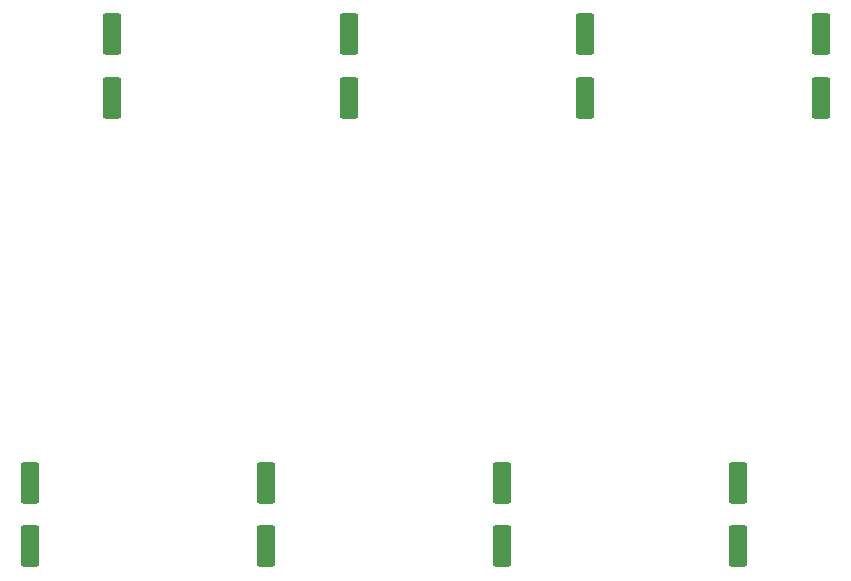
<source format=gbr>
%TF.GenerationSoftware,KiCad,Pcbnew,(5.99.0-8534-g3fcd0860c1)*%
%TF.CreationDate,2021-01-21T22:08:18+01:00*%
%TF.ProjectId,DRV-Carrier,4452562d-4361-4727-9269-65722e6b6963,rev?*%
%TF.SameCoordinates,Original*%
%TF.FileFunction,Paste,Top*%
%TF.FilePolarity,Positive*%
%FSLAX46Y46*%
G04 Gerber Fmt 4.6, Leading zero omitted, Abs format (unit mm)*
G04 Created by KiCad (PCBNEW (5.99.0-8534-g3fcd0860c1)) date 2021-01-21 22:08:18*
%MOMM*%
%LPD*%
G01*
G04 APERTURE LIST*
G04 Aperture macros list*
%AMRoundRect*
0 Rectangle with rounded corners*
0 $1 Rounding radius*
0 $2 $3 $4 $5 $6 $7 $8 $9 X,Y pos of 4 corners*
0 Add a 4 corners polygon primitive as box body*
4,1,4,$2,$3,$4,$5,$6,$7,$8,$9,$2,$3,0*
0 Add four circle primitives for the rounded corners*
1,1,$1+$1,$2,$3*
1,1,$1+$1,$4,$5*
1,1,$1+$1,$6,$7*
1,1,$1+$1,$8,$9*
0 Add four rect primitives between the rounded corners*
20,1,$1+$1,$2,$3,$4,$5,0*
20,1,$1+$1,$4,$5,$6,$7,0*
20,1,$1+$1,$6,$7,$8,$9,0*
20,1,$1+$1,$8,$9,$2,$3,0*%
G04 Aperture macros list end*
%ADD10RoundRect,0.250000X-0.550000X1.500000X-0.550000X-1.500000X0.550000X-1.500000X0.550000X1.500000X0*%
%ADD11RoundRect,0.250000X0.550000X-1.500000X0.550000X1.500000X-0.550000X1.500000X-0.550000X-1.500000X0*%
G04 APERTURE END LIST*
D10*
%TO.C,C7*%
X101000000Y-67300000D03*
X101000000Y-72700000D03*
%TD*%
D11*
%TO.C,C4*%
X94000000Y-110700000D03*
X94000000Y-105300000D03*
%TD*%
D10*
%TO.C,C6*%
X121000000Y-67300000D03*
X121000000Y-72700000D03*
%TD*%
D11*
%TO.C,C2*%
X54000000Y-110700000D03*
X54000000Y-105300000D03*
%TD*%
D10*
%TO.C,C8*%
X81000000Y-67300000D03*
X81000000Y-72700000D03*
%TD*%
D11*
%TO.C,C1*%
X74000000Y-110700000D03*
X74000000Y-105300000D03*
%TD*%
%TO.C,C5*%
X114000000Y-110700000D03*
X114000000Y-105300000D03*
%TD*%
D10*
%TO.C,C3*%
X61000000Y-67300000D03*
X61000000Y-72700000D03*
%TD*%
M02*

</source>
